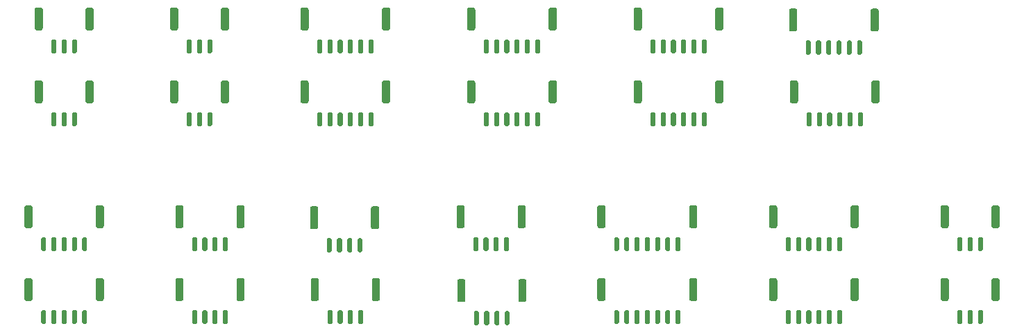
<source format=gtp>
%TF.GenerationSoftware,KiCad,Pcbnew,(5.1.10)-1*%
%TF.CreationDate,2021-11-27T12:55:31-07:00*%
%TF.ProjectId,SandboxBreakout,53616e64-626f-4784-9272-65616b6f7574,rev?*%
%TF.SameCoordinates,Original*%
%TF.FileFunction,Paste,Top*%
%TF.FilePolarity,Positive*%
%FSLAX46Y46*%
G04 Gerber Fmt 4.6, Leading zero omitted, Abs format (unit mm)*
G04 Created by KiCad (PCBNEW (5.1.10)-1) date 2021-11-27 12:55:31*
%MOMM*%
%LPD*%
G01*
G04 APERTURE LIST*
G04 APERTURE END LIST*
G36*
G01*
X65455000Y-126750000D02*
X65455000Y-124450000D01*
G75*
G02*
X65705000Y-124200000I250000J0D01*
G01*
X66205000Y-124200000D01*
G75*
G02*
X66455000Y-124450000I0J-250000D01*
G01*
X66455000Y-126750000D01*
G75*
G02*
X66205000Y-127000000I-250000J0D01*
G01*
X65705000Y-127000000D01*
G75*
G02*
X65455000Y-126750000I0J250000D01*
G01*
G37*
G36*
G01*
X58005000Y-126750000D02*
X58005000Y-124450000D01*
G75*
G02*
X58255000Y-124200000I250000J0D01*
G01*
X58755000Y-124200000D01*
G75*
G02*
X59005000Y-124450000I0J-250000D01*
G01*
X59005000Y-126750000D01*
G75*
G02*
X58755000Y-127000000I-250000J0D01*
G01*
X58255000Y-127000000D01*
G75*
G02*
X58005000Y-126750000I0J250000D01*
G01*
G37*
G36*
G01*
X63805000Y-129650000D02*
X63805000Y-128250000D01*
G75*
G02*
X63955000Y-128100000I150000J0D01*
G01*
X64255000Y-128100000D01*
G75*
G02*
X64405000Y-128250000I0J-150000D01*
G01*
X64405000Y-129650000D01*
G75*
G02*
X64255000Y-129800000I-150000J0D01*
G01*
X63955000Y-129800000D01*
G75*
G02*
X63805000Y-129650000I0J150000D01*
G01*
G37*
G36*
G01*
X62555000Y-129650000D02*
X62555000Y-128250000D01*
G75*
G02*
X62705000Y-128100000I150000J0D01*
G01*
X63005000Y-128100000D01*
G75*
G02*
X63155000Y-128250000I0J-150000D01*
G01*
X63155000Y-129650000D01*
G75*
G02*
X63005000Y-129800000I-150000J0D01*
G01*
X62705000Y-129800000D01*
G75*
G02*
X62555000Y-129650000I0J150000D01*
G01*
G37*
G36*
G01*
X61305000Y-129650000D02*
X61305000Y-128250000D01*
G75*
G02*
X61455000Y-128100000I150000J0D01*
G01*
X61755000Y-128100000D01*
G75*
G02*
X61905000Y-128250000I0J-150000D01*
G01*
X61905000Y-129650000D01*
G75*
G02*
X61755000Y-129800000I-150000J0D01*
G01*
X61455000Y-129800000D01*
G75*
G02*
X61305000Y-129650000I0J150000D01*
G01*
G37*
G36*
G01*
X60055000Y-129650000D02*
X60055000Y-128250000D01*
G75*
G02*
X60205000Y-128100000I150000J0D01*
G01*
X60505000Y-128100000D01*
G75*
G02*
X60655000Y-128250000I0J-150000D01*
G01*
X60655000Y-129650000D01*
G75*
G02*
X60505000Y-129800000I-150000J0D01*
G01*
X60205000Y-129800000D01*
G75*
G02*
X60055000Y-129650000I0J150000D01*
G01*
G37*
G36*
G01*
X65370000Y-117990000D02*
X65370000Y-115690000D01*
G75*
G02*
X65620000Y-115440000I250000J0D01*
G01*
X66120000Y-115440000D01*
G75*
G02*
X66370000Y-115690000I0J-250000D01*
G01*
X66370000Y-117990000D01*
G75*
G02*
X66120000Y-118240000I-250000J0D01*
G01*
X65620000Y-118240000D01*
G75*
G02*
X65370000Y-117990000I0J250000D01*
G01*
G37*
G36*
G01*
X57920000Y-117990000D02*
X57920000Y-115690000D01*
G75*
G02*
X58170000Y-115440000I250000J0D01*
G01*
X58670000Y-115440000D01*
G75*
G02*
X58920000Y-115690000I0J-250000D01*
G01*
X58920000Y-117990000D01*
G75*
G02*
X58670000Y-118240000I-250000J0D01*
G01*
X58170000Y-118240000D01*
G75*
G02*
X57920000Y-117990000I0J250000D01*
G01*
G37*
G36*
G01*
X63720000Y-120890000D02*
X63720000Y-119490000D01*
G75*
G02*
X63870000Y-119340000I150000J0D01*
G01*
X64170000Y-119340000D01*
G75*
G02*
X64320000Y-119490000I0J-150000D01*
G01*
X64320000Y-120890000D01*
G75*
G02*
X64170000Y-121040000I-150000J0D01*
G01*
X63870000Y-121040000D01*
G75*
G02*
X63720000Y-120890000I0J150000D01*
G01*
G37*
G36*
G01*
X62470000Y-120890000D02*
X62470000Y-119490000D01*
G75*
G02*
X62620000Y-119340000I150000J0D01*
G01*
X62920000Y-119340000D01*
G75*
G02*
X63070000Y-119490000I0J-150000D01*
G01*
X63070000Y-120890000D01*
G75*
G02*
X62920000Y-121040000I-150000J0D01*
G01*
X62620000Y-121040000D01*
G75*
G02*
X62470000Y-120890000I0J150000D01*
G01*
G37*
G36*
G01*
X61220000Y-120890000D02*
X61220000Y-119490000D01*
G75*
G02*
X61370000Y-119340000I150000J0D01*
G01*
X61670000Y-119340000D01*
G75*
G02*
X61820000Y-119490000I0J-150000D01*
G01*
X61820000Y-120890000D01*
G75*
G02*
X61670000Y-121040000I-150000J0D01*
G01*
X61370000Y-121040000D01*
G75*
G02*
X61220000Y-120890000I0J150000D01*
G01*
G37*
G36*
G01*
X59970000Y-120890000D02*
X59970000Y-119490000D01*
G75*
G02*
X60120000Y-119340000I150000J0D01*
G01*
X60420000Y-119340000D01*
G75*
G02*
X60570000Y-119490000I0J-150000D01*
G01*
X60570000Y-120890000D01*
G75*
G02*
X60420000Y-121040000I-150000J0D01*
G01*
X60120000Y-121040000D01*
G75*
G02*
X59970000Y-120890000I0J150000D01*
G01*
G37*
G36*
G01*
X87025000Y-102620000D02*
X87025000Y-100320000D01*
G75*
G02*
X87275000Y-100070000I250000J0D01*
G01*
X87775000Y-100070000D01*
G75*
G02*
X88025000Y-100320000I0J-250000D01*
G01*
X88025000Y-102620000D01*
G75*
G02*
X87775000Y-102870000I-250000J0D01*
G01*
X87275000Y-102870000D01*
G75*
G02*
X87025000Y-102620000I0J250000D01*
G01*
G37*
G36*
G01*
X77075000Y-102620000D02*
X77075000Y-100320000D01*
G75*
G02*
X77325000Y-100070000I250000J0D01*
G01*
X77825000Y-100070000D01*
G75*
G02*
X78075000Y-100320000I0J-250000D01*
G01*
X78075000Y-102620000D01*
G75*
G02*
X77825000Y-102870000I-250000J0D01*
G01*
X77325000Y-102870000D01*
G75*
G02*
X77075000Y-102620000I0J250000D01*
G01*
G37*
G36*
G01*
X85375000Y-105520000D02*
X85375000Y-104120000D01*
G75*
G02*
X85525000Y-103970000I150000J0D01*
G01*
X85825000Y-103970000D01*
G75*
G02*
X85975000Y-104120000I0J-150000D01*
G01*
X85975000Y-105520000D01*
G75*
G02*
X85825000Y-105670000I-150000J0D01*
G01*
X85525000Y-105670000D01*
G75*
G02*
X85375000Y-105520000I0J150000D01*
G01*
G37*
G36*
G01*
X84125000Y-105520000D02*
X84125000Y-104120000D01*
G75*
G02*
X84275000Y-103970000I150000J0D01*
G01*
X84575000Y-103970000D01*
G75*
G02*
X84725000Y-104120000I0J-150000D01*
G01*
X84725000Y-105520000D01*
G75*
G02*
X84575000Y-105670000I-150000J0D01*
G01*
X84275000Y-105670000D01*
G75*
G02*
X84125000Y-105520000I0J150000D01*
G01*
G37*
G36*
G01*
X82875000Y-105520000D02*
X82875000Y-104120000D01*
G75*
G02*
X83025000Y-103970000I150000J0D01*
G01*
X83325000Y-103970000D01*
G75*
G02*
X83475000Y-104120000I0J-150000D01*
G01*
X83475000Y-105520000D01*
G75*
G02*
X83325000Y-105670000I-150000J0D01*
G01*
X83025000Y-105670000D01*
G75*
G02*
X82875000Y-105520000I0J150000D01*
G01*
G37*
G36*
G01*
X81625000Y-105520000D02*
X81625000Y-104120000D01*
G75*
G02*
X81775000Y-103970000I150000J0D01*
G01*
X82075000Y-103970000D01*
G75*
G02*
X82225000Y-104120000I0J-150000D01*
G01*
X82225000Y-105520000D01*
G75*
G02*
X82075000Y-105670000I-150000J0D01*
G01*
X81775000Y-105670000D01*
G75*
G02*
X81625000Y-105520000I0J150000D01*
G01*
G37*
G36*
G01*
X80375000Y-105520000D02*
X80375000Y-104120000D01*
G75*
G02*
X80525000Y-103970000I150000J0D01*
G01*
X80825000Y-103970000D01*
G75*
G02*
X80975000Y-104120000I0J-150000D01*
G01*
X80975000Y-105520000D01*
G75*
G02*
X80825000Y-105670000I-150000J0D01*
G01*
X80525000Y-105670000D01*
G75*
G02*
X80375000Y-105520000I0J150000D01*
G01*
G37*
G36*
G01*
X79125000Y-105520000D02*
X79125000Y-104120000D01*
G75*
G02*
X79275000Y-103970000I150000J0D01*
G01*
X79575000Y-103970000D01*
G75*
G02*
X79725000Y-104120000I0J-150000D01*
G01*
X79725000Y-105520000D01*
G75*
G02*
X79575000Y-105670000I-150000J0D01*
G01*
X79275000Y-105670000D01*
G75*
G02*
X79125000Y-105520000I0J150000D01*
G01*
G37*
G36*
G01*
X87025000Y-93730000D02*
X87025000Y-91430000D01*
G75*
G02*
X87275000Y-91180000I250000J0D01*
G01*
X87775000Y-91180000D01*
G75*
G02*
X88025000Y-91430000I0J-250000D01*
G01*
X88025000Y-93730000D01*
G75*
G02*
X87775000Y-93980000I-250000J0D01*
G01*
X87275000Y-93980000D01*
G75*
G02*
X87025000Y-93730000I0J250000D01*
G01*
G37*
G36*
G01*
X77075000Y-93730000D02*
X77075000Y-91430000D01*
G75*
G02*
X77325000Y-91180000I250000J0D01*
G01*
X77825000Y-91180000D01*
G75*
G02*
X78075000Y-91430000I0J-250000D01*
G01*
X78075000Y-93730000D01*
G75*
G02*
X77825000Y-93980000I-250000J0D01*
G01*
X77325000Y-93980000D01*
G75*
G02*
X77075000Y-93730000I0J250000D01*
G01*
G37*
G36*
G01*
X85375000Y-96630000D02*
X85375000Y-95230000D01*
G75*
G02*
X85525000Y-95080000I150000J0D01*
G01*
X85825000Y-95080000D01*
G75*
G02*
X85975000Y-95230000I0J-150000D01*
G01*
X85975000Y-96630000D01*
G75*
G02*
X85825000Y-96780000I-150000J0D01*
G01*
X85525000Y-96780000D01*
G75*
G02*
X85375000Y-96630000I0J150000D01*
G01*
G37*
G36*
G01*
X84125000Y-96630000D02*
X84125000Y-95230000D01*
G75*
G02*
X84275000Y-95080000I150000J0D01*
G01*
X84575000Y-95080000D01*
G75*
G02*
X84725000Y-95230000I0J-150000D01*
G01*
X84725000Y-96630000D01*
G75*
G02*
X84575000Y-96780000I-150000J0D01*
G01*
X84275000Y-96780000D01*
G75*
G02*
X84125000Y-96630000I0J150000D01*
G01*
G37*
G36*
G01*
X82875000Y-96630000D02*
X82875000Y-95230000D01*
G75*
G02*
X83025000Y-95080000I150000J0D01*
G01*
X83325000Y-95080000D01*
G75*
G02*
X83475000Y-95230000I0J-150000D01*
G01*
X83475000Y-96630000D01*
G75*
G02*
X83325000Y-96780000I-150000J0D01*
G01*
X83025000Y-96780000D01*
G75*
G02*
X82875000Y-96630000I0J150000D01*
G01*
G37*
G36*
G01*
X81625000Y-96630000D02*
X81625000Y-95230000D01*
G75*
G02*
X81775000Y-95080000I150000J0D01*
G01*
X82075000Y-95080000D01*
G75*
G02*
X82225000Y-95230000I0J-150000D01*
G01*
X82225000Y-96630000D01*
G75*
G02*
X82075000Y-96780000I-150000J0D01*
G01*
X81775000Y-96780000D01*
G75*
G02*
X81625000Y-96630000I0J150000D01*
G01*
G37*
G36*
G01*
X80375000Y-96630000D02*
X80375000Y-95230000D01*
G75*
G02*
X80525000Y-95080000I150000J0D01*
G01*
X80825000Y-95080000D01*
G75*
G02*
X80975000Y-95230000I0J-150000D01*
G01*
X80975000Y-96630000D01*
G75*
G02*
X80825000Y-96780000I-150000J0D01*
G01*
X80525000Y-96780000D01*
G75*
G02*
X80375000Y-96630000I0J150000D01*
G01*
G37*
G36*
G01*
X79125000Y-96630000D02*
X79125000Y-95230000D01*
G75*
G02*
X79275000Y-95080000I150000J0D01*
G01*
X79575000Y-95080000D01*
G75*
G02*
X79725000Y-95230000I0J-150000D01*
G01*
X79725000Y-96630000D01*
G75*
G02*
X79575000Y-96780000I-150000J0D01*
G01*
X79275000Y-96780000D01*
G75*
G02*
X79125000Y-96630000I0J150000D01*
G01*
G37*
G36*
G01*
X66705000Y-102620000D02*
X66705000Y-100320000D01*
G75*
G02*
X66955000Y-100070000I250000J0D01*
G01*
X67455000Y-100070000D01*
G75*
G02*
X67705000Y-100320000I0J-250000D01*
G01*
X67705000Y-102620000D01*
G75*
G02*
X67455000Y-102870000I-250000J0D01*
G01*
X66955000Y-102870000D01*
G75*
G02*
X66705000Y-102620000I0J250000D01*
G01*
G37*
G36*
G01*
X56755000Y-102620000D02*
X56755000Y-100320000D01*
G75*
G02*
X57005000Y-100070000I250000J0D01*
G01*
X57505000Y-100070000D01*
G75*
G02*
X57755000Y-100320000I0J-250000D01*
G01*
X57755000Y-102620000D01*
G75*
G02*
X57505000Y-102870000I-250000J0D01*
G01*
X57005000Y-102870000D01*
G75*
G02*
X56755000Y-102620000I0J250000D01*
G01*
G37*
G36*
G01*
X65055000Y-105520000D02*
X65055000Y-104120000D01*
G75*
G02*
X65205000Y-103970000I150000J0D01*
G01*
X65505000Y-103970000D01*
G75*
G02*
X65655000Y-104120000I0J-150000D01*
G01*
X65655000Y-105520000D01*
G75*
G02*
X65505000Y-105670000I-150000J0D01*
G01*
X65205000Y-105670000D01*
G75*
G02*
X65055000Y-105520000I0J150000D01*
G01*
G37*
G36*
G01*
X63805000Y-105520000D02*
X63805000Y-104120000D01*
G75*
G02*
X63955000Y-103970000I150000J0D01*
G01*
X64255000Y-103970000D01*
G75*
G02*
X64405000Y-104120000I0J-150000D01*
G01*
X64405000Y-105520000D01*
G75*
G02*
X64255000Y-105670000I-150000J0D01*
G01*
X63955000Y-105670000D01*
G75*
G02*
X63805000Y-105520000I0J150000D01*
G01*
G37*
G36*
G01*
X62555000Y-105520000D02*
X62555000Y-104120000D01*
G75*
G02*
X62705000Y-103970000I150000J0D01*
G01*
X63005000Y-103970000D01*
G75*
G02*
X63155000Y-104120000I0J-150000D01*
G01*
X63155000Y-105520000D01*
G75*
G02*
X63005000Y-105670000I-150000J0D01*
G01*
X62705000Y-105670000D01*
G75*
G02*
X62555000Y-105520000I0J150000D01*
G01*
G37*
G36*
G01*
X61305000Y-105520000D02*
X61305000Y-104120000D01*
G75*
G02*
X61455000Y-103970000I150000J0D01*
G01*
X61755000Y-103970000D01*
G75*
G02*
X61905000Y-104120000I0J-150000D01*
G01*
X61905000Y-105520000D01*
G75*
G02*
X61755000Y-105670000I-150000J0D01*
G01*
X61455000Y-105670000D01*
G75*
G02*
X61305000Y-105520000I0J150000D01*
G01*
G37*
G36*
G01*
X60055000Y-105520000D02*
X60055000Y-104120000D01*
G75*
G02*
X60205000Y-103970000I150000J0D01*
G01*
X60505000Y-103970000D01*
G75*
G02*
X60655000Y-104120000I0J-150000D01*
G01*
X60655000Y-105520000D01*
G75*
G02*
X60505000Y-105670000I-150000J0D01*
G01*
X60205000Y-105670000D01*
G75*
G02*
X60055000Y-105520000I0J150000D01*
G01*
G37*
G36*
G01*
X58805000Y-105520000D02*
X58805000Y-104120000D01*
G75*
G02*
X58955000Y-103970000I150000J0D01*
G01*
X59255000Y-103970000D01*
G75*
G02*
X59405000Y-104120000I0J-150000D01*
G01*
X59405000Y-105520000D01*
G75*
G02*
X59255000Y-105670000I-150000J0D01*
G01*
X58955000Y-105670000D01*
G75*
G02*
X58805000Y-105520000I0J150000D01*
G01*
G37*
G36*
G01*
X66705000Y-93730000D02*
X66705000Y-91430000D01*
G75*
G02*
X66955000Y-91180000I250000J0D01*
G01*
X67455000Y-91180000D01*
G75*
G02*
X67705000Y-91430000I0J-250000D01*
G01*
X67705000Y-93730000D01*
G75*
G02*
X67455000Y-93980000I-250000J0D01*
G01*
X66955000Y-93980000D01*
G75*
G02*
X66705000Y-93730000I0J250000D01*
G01*
G37*
G36*
G01*
X56755000Y-93730000D02*
X56755000Y-91430000D01*
G75*
G02*
X57005000Y-91180000I250000J0D01*
G01*
X57505000Y-91180000D01*
G75*
G02*
X57755000Y-91430000I0J-250000D01*
G01*
X57755000Y-93730000D01*
G75*
G02*
X57505000Y-93980000I-250000J0D01*
G01*
X57005000Y-93980000D01*
G75*
G02*
X56755000Y-93730000I0J250000D01*
G01*
G37*
G36*
G01*
X65055000Y-96630000D02*
X65055000Y-95230000D01*
G75*
G02*
X65205000Y-95080000I150000J0D01*
G01*
X65505000Y-95080000D01*
G75*
G02*
X65655000Y-95230000I0J-150000D01*
G01*
X65655000Y-96630000D01*
G75*
G02*
X65505000Y-96780000I-150000J0D01*
G01*
X65205000Y-96780000D01*
G75*
G02*
X65055000Y-96630000I0J150000D01*
G01*
G37*
G36*
G01*
X63805000Y-96630000D02*
X63805000Y-95230000D01*
G75*
G02*
X63955000Y-95080000I150000J0D01*
G01*
X64255000Y-95080000D01*
G75*
G02*
X64405000Y-95230000I0J-150000D01*
G01*
X64405000Y-96630000D01*
G75*
G02*
X64255000Y-96780000I-150000J0D01*
G01*
X63955000Y-96780000D01*
G75*
G02*
X63805000Y-96630000I0J150000D01*
G01*
G37*
G36*
G01*
X62555000Y-96630000D02*
X62555000Y-95230000D01*
G75*
G02*
X62705000Y-95080000I150000J0D01*
G01*
X63005000Y-95080000D01*
G75*
G02*
X63155000Y-95230000I0J-150000D01*
G01*
X63155000Y-96630000D01*
G75*
G02*
X63005000Y-96780000I-150000J0D01*
G01*
X62705000Y-96780000D01*
G75*
G02*
X62555000Y-96630000I0J150000D01*
G01*
G37*
G36*
G01*
X61305000Y-96630000D02*
X61305000Y-95230000D01*
G75*
G02*
X61455000Y-95080000I150000J0D01*
G01*
X61755000Y-95080000D01*
G75*
G02*
X61905000Y-95230000I0J-150000D01*
G01*
X61905000Y-96630000D01*
G75*
G02*
X61755000Y-96780000I-150000J0D01*
G01*
X61455000Y-96780000D01*
G75*
G02*
X61305000Y-96630000I0J150000D01*
G01*
G37*
G36*
G01*
X60055000Y-96630000D02*
X60055000Y-95230000D01*
G75*
G02*
X60205000Y-95080000I150000J0D01*
G01*
X60505000Y-95080000D01*
G75*
G02*
X60655000Y-95230000I0J-150000D01*
G01*
X60655000Y-96630000D01*
G75*
G02*
X60505000Y-96780000I-150000J0D01*
G01*
X60205000Y-96780000D01*
G75*
G02*
X60055000Y-96630000I0J150000D01*
G01*
G37*
G36*
G01*
X58805000Y-96630000D02*
X58805000Y-95230000D01*
G75*
G02*
X58955000Y-95080000I150000J0D01*
G01*
X59255000Y-95080000D01*
G75*
G02*
X59405000Y-95230000I0J-150000D01*
G01*
X59405000Y-96630000D01*
G75*
G02*
X59255000Y-96780000I-150000J0D01*
G01*
X58955000Y-96780000D01*
G75*
G02*
X58805000Y-96630000I0J150000D01*
G01*
G37*
G36*
G01*
X47050000Y-102620000D02*
X47050000Y-100320000D01*
G75*
G02*
X47300000Y-100070000I250000J0D01*
G01*
X47800000Y-100070000D01*
G75*
G02*
X48050000Y-100320000I0J-250000D01*
G01*
X48050000Y-102620000D01*
G75*
G02*
X47800000Y-102870000I-250000J0D01*
G01*
X47300000Y-102870000D01*
G75*
G02*
X47050000Y-102620000I0J250000D01*
G01*
G37*
G36*
G01*
X40850000Y-102620000D02*
X40850000Y-100320000D01*
G75*
G02*
X41100000Y-100070000I250000J0D01*
G01*
X41600000Y-100070000D01*
G75*
G02*
X41850000Y-100320000I0J-250000D01*
G01*
X41850000Y-102620000D01*
G75*
G02*
X41600000Y-102870000I-250000J0D01*
G01*
X41100000Y-102870000D01*
G75*
G02*
X40850000Y-102620000I0J250000D01*
G01*
G37*
G36*
G01*
X45400000Y-105520000D02*
X45400000Y-104120000D01*
G75*
G02*
X45550000Y-103970000I150000J0D01*
G01*
X45850000Y-103970000D01*
G75*
G02*
X46000000Y-104120000I0J-150000D01*
G01*
X46000000Y-105520000D01*
G75*
G02*
X45850000Y-105670000I-150000J0D01*
G01*
X45550000Y-105670000D01*
G75*
G02*
X45400000Y-105520000I0J150000D01*
G01*
G37*
G36*
G01*
X44150000Y-105520000D02*
X44150000Y-104120000D01*
G75*
G02*
X44300000Y-103970000I150000J0D01*
G01*
X44600000Y-103970000D01*
G75*
G02*
X44750000Y-104120000I0J-150000D01*
G01*
X44750000Y-105520000D01*
G75*
G02*
X44600000Y-105670000I-150000J0D01*
G01*
X44300000Y-105670000D01*
G75*
G02*
X44150000Y-105520000I0J150000D01*
G01*
G37*
G36*
G01*
X42900000Y-105520000D02*
X42900000Y-104120000D01*
G75*
G02*
X43050000Y-103970000I150000J0D01*
G01*
X43350000Y-103970000D01*
G75*
G02*
X43500000Y-104120000I0J-150000D01*
G01*
X43500000Y-105520000D01*
G75*
G02*
X43350000Y-105670000I-150000J0D01*
G01*
X43050000Y-105670000D01*
G75*
G02*
X42900000Y-105520000I0J150000D01*
G01*
G37*
G36*
G01*
X47050000Y-93730000D02*
X47050000Y-91430000D01*
G75*
G02*
X47300000Y-91180000I250000J0D01*
G01*
X47800000Y-91180000D01*
G75*
G02*
X48050000Y-91430000I0J-250000D01*
G01*
X48050000Y-93730000D01*
G75*
G02*
X47800000Y-93980000I-250000J0D01*
G01*
X47300000Y-93980000D01*
G75*
G02*
X47050000Y-93730000I0J250000D01*
G01*
G37*
G36*
G01*
X40850000Y-93730000D02*
X40850000Y-91430000D01*
G75*
G02*
X41100000Y-91180000I250000J0D01*
G01*
X41600000Y-91180000D01*
G75*
G02*
X41850000Y-91430000I0J-250000D01*
G01*
X41850000Y-93730000D01*
G75*
G02*
X41600000Y-93980000I-250000J0D01*
G01*
X41100000Y-93980000D01*
G75*
G02*
X40850000Y-93730000I0J250000D01*
G01*
G37*
G36*
G01*
X45400000Y-96630000D02*
X45400000Y-95230000D01*
G75*
G02*
X45550000Y-95080000I150000J0D01*
G01*
X45850000Y-95080000D01*
G75*
G02*
X46000000Y-95230000I0J-150000D01*
G01*
X46000000Y-96630000D01*
G75*
G02*
X45850000Y-96780000I-150000J0D01*
G01*
X45550000Y-96780000D01*
G75*
G02*
X45400000Y-96630000I0J150000D01*
G01*
G37*
G36*
G01*
X44150000Y-96630000D02*
X44150000Y-95230000D01*
G75*
G02*
X44300000Y-95080000I150000J0D01*
G01*
X44600000Y-95080000D01*
G75*
G02*
X44750000Y-95230000I0J-150000D01*
G01*
X44750000Y-96630000D01*
G75*
G02*
X44600000Y-96780000I-150000J0D01*
G01*
X44300000Y-96780000D01*
G75*
G02*
X44150000Y-96630000I0J150000D01*
G01*
G37*
G36*
G01*
X42900000Y-96630000D02*
X42900000Y-95230000D01*
G75*
G02*
X43050000Y-95080000I150000J0D01*
G01*
X43350000Y-95080000D01*
G75*
G02*
X43500000Y-95230000I0J-150000D01*
G01*
X43500000Y-96630000D01*
G75*
G02*
X43350000Y-96780000I-150000J0D01*
G01*
X43050000Y-96780000D01*
G75*
G02*
X42900000Y-96630000I0J150000D01*
G01*
G37*
G36*
G01*
X30540000Y-102620000D02*
X30540000Y-100320000D01*
G75*
G02*
X30790000Y-100070000I250000J0D01*
G01*
X31290000Y-100070000D01*
G75*
G02*
X31540000Y-100320000I0J-250000D01*
G01*
X31540000Y-102620000D01*
G75*
G02*
X31290000Y-102870000I-250000J0D01*
G01*
X30790000Y-102870000D01*
G75*
G02*
X30540000Y-102620000I0J250000D01*
G01*
G37*
G36*
G01*
X24340000Y-102620000D02*
X24340000Y-100320000D01*
G75*
G02*
X24590000Y-100070000I250000J0D01*
G01*
X25090000Y-100070000D01*
G75*
G02*
X25340000Y-100320000I0J-250000D01*
G01*
X25340000Y-102620000D01*
G75*
G02*
X25090000Y-102870000I-250000J0D01*
G01*
X24590000Y-102870000D01*
G75*
G02*
X24340000Y-102620000I0J250000D01*
G01*
G37*
G36*
G01*
X28890000Y-105520000D02*
X28890000Y-104120000D01*
G75*
G02*
X29040000Y-103970000I150000J0D01*
G01*
X29340000Y-103970000D01*
G75*
G02*
X29490000Y-104120000I0J-150000D01*
G01*
X29490000Y-105520000D01*
G75*
G02*
X29340000Y-105670000I-150000J0D01*
G01*
X29040000Y-105670000D01*
G75*
G02*
X28890000Y-105520000I0J150000D01*
G01*
G37*
G36*
G01*
X27640000Y-105520000D02*
X27640000Y-104120000D01*
G75*
G02*
X27790000Y-103970000I150000J0D01*
G01*
X28090000Y-103970000D01*
G75*
G02*
X28240000Y-104120000I0J-150000D01*
G01*
X28240000Y-105520000D01*
G75*
G02*
X28090000Y-105670000I-150000J0D01*
G01*
X27790000Y-105670000D01*
G75*
G02*
X27640000Y-105520000I0J150000D01*
G01*
G37*
G36*
G01*
X26390000Y-105520000D02*
X26390000Y-104120000D01*
G75*
G02*
X26540000Y-103970000I150000J0D01*
G01*
X26840000Y-103970000D01*
G75*
G02*
X26990000Y-104120000I0J-150000D01*
G01*
X26990000Y-105520000D01*
G75*
G02*
X26840000Y-105670000I-150000J0D01*
G01*
X26540000Y-105670000D01*
G75*
G02*
X26390000Y-105520000I0J150000D01*
G01*
G37*
G36*
G01*
X104160000Y-126750000D02*
X104160000Y-124450000D01*
G75*
G02*
X104410000Y-124200000I250000J0D01*
G01*
X104910000Y-124200000D01*
G75*
G02*
X105160000Y-124450000I0J-250000D01*
G01*
X105160000Y-126750000D01*
G75*
G02*
X104910000Y-127000000I-250000J0D01*
G01*
X104410000Y-127000000D01*
G75*
G02*
X104160000Y-126750000I0J250000D01*
G01*
G37*
G36*
G01*
X92960000Y-126750000D02*
X92960000Y-124450000D01*
G75*
G02*
X93210000Y-124200000I250000J0D01*
G01*
X93710000Y-124200000D01*
G75*
G02*
X93960000Y-124450000I0J-250000D01*
G01*
X93960000Y-126750000D01*
G75*
G02*
X93710000Y-127000000I-250000J0D01*
G01*
X93210000Y-127000000D01*
G75*
G02*
X92960000Y-126750000I0J250000D01*
G01*
G37*
G36*
G01*
X102510000Y-129650000D02*
X102510000Y-128250000D01*
G75*
G02*
X102660000Y-128100000I150000J0D01*
G01*
X102960000Y-128100000D01*
G75*
G02*
X103110000Y-128250000I0J-150000D01*
G01*
X103110000Y-129650000D01*
G75*
G02*
X102960000Y-129800000I-150000J0D01*
G01*
X102660000Y-129800000D01*
G75*
G02*
X102510000Y-129650000I0J150000D01*
G01*
G37*
G36*
G01*
X101260000Y-129650000D02*
X101260000Y-128250000D01*
G75*
G02*
X101410000Y-128100000I150000J0D01*
G01*
X101710000Y-128100000D01*
G75*
G02*
X101860000Y-128250000I0J-150000D01*
G01*
X101860000Y-129650000D01*
G75*
G02*
X101710000Y-129800000I-150000J0D01*
G01*
X101410000Y-129800000D01*
G75*
G02*
X101260000Y-129650000I0J150000D01*
G01*
G37*
G36*
G01*
X100010000Y-129650000D02*
X100010000Y-128250000D01*
G75*
G02*
X100160000Y-128100000I150000J0D01*
G01*
X100460000Y-128100000D01*
G75*
G02*
X100610000Y-128250000I0J-150000D01*
G01*
X100610000Y-129650000D01*
G75*
G02*
X100460000Y-129800000I-150000J0D01*
G01*
X100160000Y-129800000D01*
G75*
G02*
X100010000Y-129650000I0J150000D01*
G01*
G37*
G36*
G01*
X98760000Y-129650000D02*
X98760000Y-128250000D01*
G75*
G02*
X98910000Y-128100000I150000J0D01*
G01*
X99210000Y-128100000D01*
G75*
G02*
X99360000Y-128250000I0J-150000D01*
G01*
X99360000Y-129650000D01*
G75*
G02*
X99210000Y-129800000I-150000J0D01*
G01*
X98910000Y-129800000D01*
G75*
G02*
X98760000Y-129650000I0J150000D01*
G01*
G37*
G36*
G01*
X97510000Y-129650000D02*
X97510000Y-128250000D01*
G75*
G02*
X97660000Y-128100000I150000J0D01*
G01*
X97960000Y-128100000D01*
G75*
G02*
X98110000Y-128250000I0J-150000D01*
G01*
X98110000Y-129650000D01*
G75*
G02*
X97960000Y-129800000I-150000J0D01*
G01*
X97660000Y-129800000D01*
G75*
G02*
X97510000Y-129650000I0J150000D01*
G01*
G37*
G36*
G01*
X96260000Y-129650000D02*
X96260000Y-128250000D01*
G75*
G02*
X96410000Y-128100000I150000J0D01*
G01*
X96710000Y-128100000D01*
G75*
G02*
X96860000Y-128250000I0J-150000D01*
G01*
X96860000Y-129650000D01*
G75*
G02*
X96710000Y-129800000I-150000J0D01*
G01*
X96410000Y-129800000D01*
G75*
G02*
X96260000Y-129650000I0J150000D01*
G01*
G37*
G36*
G01*
X95010000Y-129650000D02*
X95010000Y-128250000D01*
G75*
G02*
X95160000Y-128100000I150000J0D01*
G01*
X95460000Y-128100000D01*
G75*
G02*
X95610000Y-128250000I0J-150000D01*
G01*
X95610000Y-129650000D01*
G75*
G02*
X95460000Y-129800000I-150000J0D01*
G01*
X95160000Y-129800000D01*
G75*
G02*
X95010000Y-129650000I0J150000D01*
G01*
G37*
G36*
G01*
X104160000Y-117860000D02*
X104160000Y-115560000D01*
G75*
G02*
X104410000Y-115310000I250000J0D01*
G01*
X104910000Y-115310000D01*
G75*
G02*
X105160000Y-115560000I0J-250000D01*
G01*
X105160000Y-117860000D01*
G75*
G02*
X104910000Y-118110000I-250000J0D01*
G01*
X104410000Y-118110000D01*
G75*
G02*
X104160000Y-117860000I0J250000D01*
G01*
G37*
G36*
G01*
X92960000Y-117860000D02*
X92960000Y-115560000D01*
G75*
G02*
X93210000Y-115310000I250000J0D01*
G01*
X93710000Y-115310000D01*
G75*
G02*
X93960000Y-115560000I0J-250000D01*
G01*
X93960000Y-117860000D01*
G75*
G02*
X93710000Y-118110000I-250000J0D01*
G01*
X93210000Y-118110000D01*
G75*
G02*
X92960000Y-117860000I0J250000D01*
G01*
G37*
G36*
G01*
X102510000Y-120760000D02*
X102510000Y-119360000D01*
G75*
G02*
X102660000Y-119210000I150000J0D01*
G01*
X102960000Y-119210000D01*
G75*
G02*
X103110000Y-119360000I0J-150000D01*
G01*
X103110000Y-120760000D01*
G75*
G02*
X102960000Y-120910000I-150000J0D01*
G01*
X102660000Y-120910000D01*
G75*
G02*
X102510000Y-120760000I0J150000D01*
G01*
G37*
G36*
G01*
X101260000Y-120760000D02*
X101260000Y-119360000D01*
G75*
G02*
X101410000Y-119210000I150000J0D01*
G01*
X101710000Y-119210000D01*
G75*
G02*
X101860000Y-119360000I0J-150000D01*
G01*
X101860000Y-120760000D01*
G75*
G02*
X101710000Y-120910000I-150000J0D01*
G01*
X101410000Y-120910000D01*
G75*
G02*
X101260000Y-120760000I0J150000D01*
G01*
G37*
G36*
G01*
X100010000Y-120760000D02*
X100010000Y-119360000D01*
G75*
G02*
X100160000Y-119210000I150000J0D01*
G01*
X100460000Y-119210000D01*
G75*
G02*
X100610000Y-119360000I0J-150000D01*
G01*
X100610000Y-120760000D01*
G75*
G02*
X100460000Y-120910000I-150000J0D01*
G01*
X100160000Y-120910000D01*
G75*
G02*
X100010000Y-120760000I0J150000D01*
G01*
G37*
G36*
G01*
X98760000Y-120760000D02*
X98760000Y-119360000D01*
G75*
G02*
X98910000Y-119210000I150000J0D01*
G01*
X99210000Y-119210000D01*
G75*
G02*
X99360000Y-119360000I0J-150000D01*
G01*
X99360000Y-120760000D01*
G75*
G02*
X99210000Y-120910000I-150000J0D01*
G01*
X98910000Y-120910000D01*
G75*
G02*
X98760000Y-120760000I0J150000D01*
G01*
G37*
G36*
G01*
X97510000Y-120760000D02*
X97510000Y-119360000D01*
G75*
G02*
X97660000Y-119210000I150000J0D01*
G01*
X97960000Y-119210000D01*
G75*
G02*
X98110000Y-119360000I0J-150000D01*
G01*
X98110000Y-120760000D01*
G75*
G02*
X97960000Y-120910000I-150000J0D01*
G01*
X97660000Y-120910000D01*
G75*
G02*
X97510000Y-120760000I0J150000D01*
G01*
G37*
G36*
G01*
X96260000Y-120760000D02*
X96260000Y-119360000D01*
G75*
G02*
X96410000Y-119210000I150000J0D01*
G01*
X96710000Y-119210000D01*
G75*
G02*
X96860000Y-119360000I0J-150000D01*
G01*
X96860000Y-120760000D01*
G75*
G02*
X96710000Y-120910000I-150000J0D01*
G01*
X96410000Y-120910000D01*
G75*
G02*
X96260000Y-120760000I0J150000D01*
G01*
G37*
G36*
G01*
X95010000Y-120760000D02*
X95010000Y-119360000D01*
G75*
G02*
X95160000Y-119210000I150000J0D01*
G01*
X95460000Y-119210000D01*
G75*
G02*
X95610000Y-119360000I0J-150000D01*
G01*
X95610000Y-120760000D01*
G75*
G02*
X95460000Y-120910000I-150000J0D01*
G01*
X95160000Y-120910000D01*
G75*
G02*
X95010000Y-120760000I0J150000D01*
G01*
G37*
G36*
G01*
X107345000Y-102620000D02*
X107345000Y-100320000D01*
G75*
G02*
X107595000Y-100070000I250000J0D01*
G01*
X108095000Y-100070000D01*
G75*
G02*
X108345000Y-100320000I0J-250000D01*
G01*
X108345000Y-102620000D01*
G75*
G02*
X108095000Y-102870000I-250000J0D01*
G01*
X107595000Y-102870000D01*
G75*
G02*
X107345000Y-102620000I0J250000D01*
G01*
G37*
G36*
G01*
X97395000Y-102620000D02*
X97395000Y-100320000D01*
G75*
G02*
X97645000Y-100070000I250000J0D01*
G01*
X98145000Y-100070000D01*
G75*
G02*
X98395000Y-100320000I0J-250000D01*
G01*
X98395000Y-102620000D01*
G75*
G02*
X98145000Y-102870000I-250000J0D01*
G01*
X97645000Y-102870000D01*
G75*
G02*
X97395000Y-102620000I0J250000D01*
G01*
G37*
G36*
G01*
X105695000Y-105520000D02*
X105695000Y-104120000D01*
G75*
G02*
X105845000Y-103970000I150000J0D01*
G01*
X106145000Y-103970000D01*
G75*
G02*
X106295000Y-104120000I0J-150000D01*
G01*
X106295000Y-105520000D01*
G75*
G02*
X106145000Y-105670000I-150000J0D01*
G01*
X105845000Y-105670000D01*
G75*
G02*
X105695000Y-105520000I0J150000D01*
G01*
G37*
G36*
G01*
X104445000Y-105520000D02*
X104445000Y-104120000D01*
G75*
G02*
X104595000Y-103970000I150000J0D01*
G01*
X104895000Y-103970000D01*
G75*
G02*
X105045000Y-104120000I0J-150000D01*
G01*
X105045000Y-105520000D01*
G75*
G02*
X104895000Y-105670000I-150000J0D01*
G01*
X104595000Y-105670000D01*
G75*
G02*
X104445000Y-105520000I0J150000D01*
G01*
G37*
G36*
G01*
X103195000Y-105520000D02*
X103195000Y-104120000D01*
G75*
G02*
X103345000Y-103970000I150000J0D01*
G01*
X103645000Y-103970000D01*
G75*
G02*
X103795000Y-104120000I0J-150000D01*
G01*
X103795000Y-105520000D01*
G75*
G02*
X103645000Y-105670000I-150000J0D01*
G01*
X103345000Y-105670000D01*
G75*
G02*
X103195000Y-105520000I0J150000D01*
G01*
G37*
G36*
G01*
X101945000Y-105520000D02*
X101945000Y-104120000D01*
G75*
G02*
X102095000Y-103970000I150000J0D01*
G01*
X102395000Y-103970000D01*
G75*
G02*
X102545000Y-104120000I0J-150000D01*
G01*
X102545000Y-105520000D01*
G75*
G02*
X102395000Y-105670000I-150000J0D01*
G01*
X102095000Y-105670000D01*
G75*
G02*
X101945000Y-105520000I0J150000D01*
G01*
G37*
G36*
G01*
X100695000Y-105520000D02*
X100695000Y-104120000D01*
G75*
G02*
X100845000Y-103970000I150000J0D01*
G01*
X101145000Y-103970000D01*
G75*
G02*
X101295000Y-104120000I0J-150000D01*
G01*
X101295000Y-105520000D01*
G75*
G02*
X101145000Y-105670000I-150000J0D01*
G01*
X100845000Y-105670000D01*
G75*
G02*
X100695000Y-105520000I0J150000D01*
G01*
G37*
G36*
G01*
X99445000Y-105520000D02*
X99445000Y-104120000D01*
G75*
G02*
X99595000Y-103970000I150000J0D01*
G01*
X99895000Y-103970000D01*
G75*
G02*
X100045000Y-104120000I0J-150000D01*
G01*
X100045000Y-105520000D01*
G75*
G02*
X99895000Y-105670000I-150000J0D01*
G01*
X99595000Y-105670000D01*
G75*
G02*
X99445000Y-105520000I0J150000D01*
G01*
G37*
G36*
G01*
X107345000Y-93730000D02*
X107345000Y-91430000D01*
G75*
G02*
X107595000Y-91180000I250000J0D01*
G01*
X108095000Y-91180000D01*
G75*
G02*
X108345000Y-91430000I0J-250000D01*
G01*
X108345000Y-93730000D01*
G75*
G02*
X108095000Y-93980000I-250000J0D01*
G01*
X107595000Y-93980000D01*
G75*
G02*
X107345000Y-93730000I0J250000D01*
G01*
G37*
G36*
G01*
X97395000Y-93730000D02*
X97395000Y-91430000D01*
G75*
G02*
X97645000Y-91180000I250000J0D01*
G01*
X98145000Y-91180000D01*
G75*
G02*
X98395000Y-91430000I0J-250000D01*
G01*
X98395000Y-93730000D01*
G75*
G02*
X98145000Y-93980000I-250000J0D01*
G01*
X97645000Y-93980000D01*
G75*
G02*
X97395000Y-93730000I0J250000D01*
G01*
G37*
G36*
G01*
X105695000Y-96630000D02*
X105695000Y-95230000D01*
G75*
G02*
X105845000Y-95080000I150000J0D01*
G01*
X106145000Y-95080000D01*
G75*
G02*
X106295000Y-95230000I0J-150000D01*
G01*
X106295000Y-96630000D01*
G75*
G02*
X106145000Y-96780000I-150000J0D01*
G01*
X105845000Y-96780000D01*
G75*
G02*
X105695000Y-96630000I0J150000D01*
G01*
G37*
G36*
G01*
X104445000Y-96630000D02*
X104445000Y-95230000D01*
G75*
G02*
X104595000Y-95080000I150000J0D01*
G01*
X104895000Y-95080000D01*
G75*
G02*
X105045000Y-95230000I0J-150000D01*
G01*
X105045000Y-96630000D01*
G75*
G02*
X104895000Y-96780000I-150000J0D01*
G01*
X104595000Y-96780000D01*
G75*
G02*
X104445000Y-96630000I0J150000D01*
G01*
G37*
G36*
G01*
X103195000Y-96630000D02*
X103195000Y-95230000D01*
G75*
G02*
X103345000Y-95080000I150000J0D01*
G01*
X103645000Y-95080000D01*
G75*
G02*
X103795000Y-95230000I0J-150000D01*
G01*
X103795000Y-96630000D01*
G75*
G02*
X103645000Y-96780000I-150000J0D01*
G01*
X103345000Y-96780000D01*
G75*
G02*
X103195000Y-96630000I0J150000D01*
G01*
G37*
G36*
G01*
X101945000Y-96630000D02*
X101945000Y-95230000D01*
G75*
G02*
X102095000Y-95080000I150000J0D01*
G01*
X102395000Y-95080000D01*
G75*
G02*
X102545000Y-95230000I0J-150000D01*
G01*
X102545000Y-96630000D01*
G75*
G02*
X102395000Y-96780000I-150000J0D01*
G01*
X102095000Y-96780000D01*
G75*
G02*
X101945000Y-96630000I0J150000D01*
G01*
G37*
G36*
G01*
X100695000Y-96630000D02*
X100695000Y-95230000D01*
G75*
G02*
X100845000Y-95080000I150000J0D01*
G01*
X101145000Y-95080000D01*
G75*
G02*
X101295000Y-95230000I0J-150000D01*
G01*
X101295000Y-96630000D01*
G75*
G02*
X101145000Y-96780000I-150000J0D01*
G01*
X100845000Y-96780000D01*
G75*
G02*
X100695000Y-96630000I0J150000D01*
G01*
G37*
G36*
G01*
X99445000Y-96630000D02*
X99445000Y-95230000D01*
G75*
G02*
X99595000Y-95080000I150000J0D01*
G01*
X99895000Y-95080000D01*
G75*
G02*
X100045000Y-95230000I0J-150000D01*
G01*
X100045000Y-96630000D01*
G75*
G02*
X99895000Y-96780000I-150000J0D01*
G01*
X99595000Y-96780000D01*
G75*
G02*
X99445000Y-96630000I0J150000D01*
G01*
G37*
G36*
G01*
X123855000Y-126750000D02*
X123855000Y-124450000D01*
G75*
G02*
X124105000Y-124200000I250000J0D01*
G01*
X124605000Y-124200000D01*
G75*
G02*
X124855000Y-124450000I0J-250000D01*
G01*
X124855000Y-126750000D01*
G75*
G02*
X124605000Y-127000000I-250000J0D01*
G01*
X124105000Y-127000000D01*
G75*
G02*
X123855000Y-126750000I0J250000D01*
G01*
G37*
G36*
G01*
X113905000Y-126750000D02*
X113905000Y-124450000D01*
G75*
G02*
X114155000Y-124200000I250000J0D01*
G01*
X114655000Y-124200000D01*
G75*
G02*
X114905000Y-124450000I0J-250000D01*
G01*
X114905000Y-126750000D01*
G75*
G02*
X114655000Y-127000000I-250000J0D01*
G01*
X114155000Y-127000000D01*
G75*
G02*
X113905000Y-126750000I0J250000D01*
G01*
G37*
G36*
G01*
X122205000Y-129650000D02*
X122205000Y-128250000D01*
G75*
G02*
X122355000Y-128100000I150000J0D01*
G01*
X122655000Y-128100000D01*
G75*
G02*
X122805000Y-128250000I0J-150000D01*
G01*
X122805000Y-129650000D01*
G75*
G02*
X122655000Y-129800000I-150000J0D01*
G01*
X122355000Y-129800000D01*
G75*
G02*
X122205000Y-129650000I0J150000D01*
G01*
G37*
G36*
G01*
X120955000Y-129650000D02*
X120955000Y-128250000D01*
G75*
G02*
X121105000Y-128100000I150000J0D01*
G01*
X121405000Y-128100000D01*
G75*
G02*
X121555000Y-128250000I0J-150000D01*
G01*
X121555000Y-129650000D01*
G75*
G02*
X121405000Y-129800000I-150000J0D01*
G01*
X121105000Y-129800000D01*
G75*
G02*
X120955000Y-129650000I0J150000D01*
G01*
G37*
G36*
G01*
X119705000Y-129650000D02*
X119705000Y-128250000D01*
G75*
G02*
X119855000Y-128100000I150000J0D01*
G01*
X120155000Y-128100000D01*
G75*
G02*
X120305000Y-128250000I0J-150000D01*
G01*
X120305000Y-129650000D01*
G75*
G02*
X120155000Y-129800000I-150000J0D01*
G01*
X119855000Y-129800000D01*
G75*
G02*
X119705000Y-129650000I0J150000D01*
G01*
G37*
G36*
G01*
X118455000Y-129650000D02*
X118455000Y-128250000D01*
G75*
G02*
X118605000Y-128100000I150000J0D01*
G01*
X118905000Y-128100000D01*
G75*
G02*
X119055000Y-128250000I0J-150000D01*
G01*
X119055000Y-129650000D01*
G75*
G02*
X118905000Y-129800000I-150000J0D01*
G01*
X118605000Y-129800000D01*
G75*
G02*
X118455000Y-129650000I0J150000D01*
G01*
G37*
G36*
G01*
X117205000Y-129650000D02*
X117205000Y-128250000D01*
G75*
G02*
X117355000Y-128100000I150000J0D01*
G01*
X117655000Y-128100000D01*
G75*
G02*
X117805000Y-128250000I0J-150000D01*
G01*
X117805000Y-129650000D01*
G75*
G02*
X117655000Y-129800000I-150000J0D01*
G01*
X117355000Y-129800000D01*
G75*
G02*
X117205000Y-129650000I0J150000D01*
G01*
G37*
G36*
G01*
X115955000Y-129650000D02*
X115955000Y-128250000D01*
G75*
G02*
X116105000Y-128100000I150000J0D01*
G01*
X116405000Y-128100000D01*
G75*
G02*
X116555000Y-128250000I0J-150000D01*
G01*
X116555000Y-129650000D01*
G75*
G02*
X116405000Y-129800000I-150000J0D01*
G01*
X116105000Y-129800000D01*
G75*
G02*
X115955000Y-129650000I0J150000D01*
G01*
G37*
G36*
G01*
X123855000Y-117860000D02*
X123855000Y-115560000D01*
G75*
G02*
X124105000Y-115310000I250000J0D01*
G01*
X124605000Y-115310000D01*
G75*
G02*
X124855000Y-115560000I0J-250000D01*
G01*
X124855000Y-117860000D01*
G75*
G02*
X124605000Y-118110000I-250000J0D01*
G01*
X124105000Y-118110000D01*
G75*
G02*
X123855000Y-117860000I0J250000D01*
G01*
G37*
G36*
G01*
X113905000Y-117860000D02*
X113905000Y-115560000D01*
G75*
G02*
X114155000Y-115310000I250000J0D01*
G01*
X114655000Y-115310000D01*
G75*
G02*
X114905000Y-115560000I0J-250000D01*
G01*
X114905000Y-117860000D01*
G75*
G02*
X114655000Y-118110000I-250000J0D01*
G01*
X114155000Y-118110000D01*
G75*
G02*
X113905000Y-117860000I0J250000D01*
G01*
G37*
G36*
G01*
X122205000Y-120760000D02*
X122205000Y-119360000D01*
G75*
G02*
X122355000Y-119210000I150000J0D01*
G01*
X122655000Y-119210000D01*
G75*
G02*
X122805000Y-119360000I0J-150000D01*
G01*
X122805000Y-120760000D01*
G75*
G02*
X122655000Y-120910000I-150000J0D01*
G01*
X122355000Y-120910000D01*
G75*
G02*
X122205000Y-120760000I0J150000D01*
G01*
G37*
G36*
G01*
X120955000Y-120760000D02*
X120955000Y-119360000D01*
G75*
G02*
X121105000Y-119210000I150000J0D01*
G01*
X121405000Y-119210000D01*
G75*
G02*
X121555000Y-119360000I0J-150000D01*
G01*
X121555000Y-120760000D01*
G75*
G02*
X121405000Y-120910000I-150000J0D01*
G01*
X121105000Y-120910000D01*
G75*
G02*
X120955000Y-120760000I0J150000D01*
G01*
G37*
G36*
G01*
X119705000Y-120760000D02*
X119705000Y-119360000D01*
G75*
G02*
X119855000Y-119210000I150000J0D01*
G01*
X120155000Y-119210000D01*
G75*
G02*
X120305000Y-119360000I0J-150000D01*
G01*
X120305000Y-120760000D01*
G75*
G02*
X120155000Y-120910000I-150000J0D01*
G01*
X119855000Y-120910000D01*
G75*
G02*
X119705000Y-120760000I0J150000D01*
G01*
G37*
G36*
G01*
X118455000Y-120760000D02*
X118455000Y-119360000D01*
G75*
G02*
X118605000Y-119210000I150000J0D01*
G01*
X118905000Y-119210000D01*
G75*
G02*
X119055000Y-119360000I0J-150000D01*
G01*
X119055000Y-120760000D01*
G75*
G02*
X118905000Y-120910000I-150000J0D01*
G01*
X118605000Y-120910000D01*
G75*
G02*
X118455000Y-120760000I0J150000D01*
G01*
G37*
G36*
G01*
X117205000Y-120760000D02*
X117205000Y-119360000D01*
G75*
G02*
X117355000Y-119210000I150000J0D01*
G01*
X117655000Y-119210000D01*
G75*
G02*
X117805000Y-119360000I0J-150000D01*
G01*
X117805000Y-120760000D01*
G75*
G02*
X117655000Y-120910000I-150000J0D01*
G01*
X117355000Y-120910000D01*
G75*
G02*
X117205000Y-120760000I0J150000D01*
G01*
G37*
G36*
G01*
X115955000Y-120760000D02*
X115955000Y-119360000D01*
G75*
G02*
X116105000Y-119210000I150000J0D01*
G01*
X116405000Y-119210000D01*
G75*
G02*
X116555000Y-119360000I0J-150000D01*
G01*
X116555000Y-120760000D01*
G75*
G02*
X116405000Y-120910000I-150000J0D01*
G01*
X116105000Y-120910000D01*
G75*
G02*
X115955000Y-120760000I0J150000D01*
G01*
G37*
G36*
G01*
X126395000Y-102620000D02*
X126395000Y-100320000D01*
G75*
G02*
X126645000Y-100070000I250000J0D01*
G01*
X127145000Y-100070000D01*
G75*
G02*
X127395000Y-100320000I0J-250000D01*
G01*
X127395000Y-102620000D01*
G75*
G02*
X127145000Y-102870000I-250000J0D01*
G01*
X126645000Y-102870000D01*
G75*
G02*
X126395000Y-102620000I0J250000D01*
G01*
G37*
G36*
G01*
X116445000Y-102620000D02*
X116445000Y-100320000D01*
G75*
G02*
X116695000Y-100070000I250000J0D01*
G01*
X117195000Y-100070000D01*
G75*
G02*
X117445000Y-100320000I0J-250000D01*
G01*
X117445000Y-102620000D01*
G75*
G02*
X117195000Y-102870000I-250000J0D01*
G01*
X116695000Y-102870000D01*
G75*
G02*
X116445000Y-102620000I0J250000D01*
G01*
G37*
G36*
G01*
X124745000Y-105520000D02*
X124745000Y-104120000D01*
G75*
G02*
X124895000Y-103970000I150000J0D01*
G01*
X125195000Y-103970000D01*
G75*
G02*
X125345000Y-104120000I0J-150000D01*
G01*
X125345000Y-105520000D01*
G75*
G02*
X125195000Y-105670000I-150000J0D01*
G01*
X124895000Y-105670000D01*
G75*
G02*
X124745000Y-105520000I0J150000D01*
G01*
G37*
G36*
G01*
X123495000Y-105520000D02*
X123495000Y-104120000D01*
G75*
G02*
X123645000Y-103970000I150000J0D01*
G01*
X123945000Y-103970000D01*
G75*
G02*
X124095000Y-104120000I0J-150000D01*
G01*
X124095000Y-105520000D01*
G75*
G02*
X123945000Y-105670000I-150000J0D01*
G01*
X123645000Y-105670000D01*
G75*
G02*
X123495000Y-105520000I0J150000D01*
G01*
G37*
G36*
G01*
X122245000Y-105520000D02*
X122245000Y-104120000D01*
G75*
G02*
X122395000Y-103970000I150000J0D01*
G01*
X122695000Y-103970000D01*
G75*
G02*
X122845000Y-104120000I0J-150000D01*
G01*
X122845000Y-105520000D01*
G75*
G02*
X122695000Y-105670000I-150000J0D01*
G01*
X122395000Y-105670000D01*
G75*
G02*
X122245000Y-105520000I0J150000D01*
G01*
G37*
G36*
G01*
X120995000Y-105520000D02*
X120995000Y-104120000D01*
G75*
G02*
X121145000Y-103970000I150000J0D01*
G01*
X121445000Y-103970000D01*
G75*
G02*
X121595000Y-104120000I0J-150000D01*
G01*
X121595000Y-105520000D01*
G75*
G02*
X121445000Y-105670000I-150000J0D01*
G01*
X121145000Y-105670000D01*
G75*
G02*
X120995000Y-105520000I0J150000D01*
G01*
G37*
G36*
G01*
X119745000Y-105520000D02*
X119745000Y-104120000D01*
G75*
G02*
X119895000Y-103970000I150000J0D01*
G01*
X120195000Y-103970000D01*
G75*
G02*
X120345000Y-104120000I0J-150000D01*
G01*
X120345000Y-105520000D01*
G75*
G02*
X120195000Y-105670000I-150000J0D01*
G01*
X119895000Y-105670000D01*
G75*
G02*
X119745000Y-105520000I0J150000D01*
G01*
G37*
G36*
G01*
X118495000Y-105520000D02*
X118495000Y-104120000D01*
G75*
G02*
X118645000Y-103970000I150000J0D01*
G01*
X118945000Y-103970000D01*
G75*
G02*
X119095000Y-104120000I0J-150000D01*
G01*
X119095000Y-105520000D01*
G75*
G02*
X118945000Y-105670000I-150000J0D01*
G01*
X118645000Y-105670000D01*
G75*
G02*
X118495000Y-105520000I0J150000D01*
G01*
G37*
G36*
G01*
X126290000Y-93860000D02*
X126290000Y-91560000D01*
G75*
G02*
X126540000Y-91310000I250000J0D01*
G01*
X127040000Y-91310000D01*
G75*
G02*
X127290000Y-91560000I0J-250000D01*
G01*
X127290000Y-93860000D01*
G75*
G02*
X127040000Y-94110000I-250000J0D01*
G01*
X126540000Y-94110000D01*
G75*
G02*
X126290000Y-93860000I0J250000D01*
G01*
G37*
G36*
G01*
X116340000Y-93860000D02*
X116340000Y-91560000D01*
G75*
G02*
X116590000Y-91310000I250000J0D01*
G01*
X117090000Y-91310000D01*
G75*
G02*
X117340000Y-91560000I0J-250000D01*
G01*
X117340000Y-93860000D01*
G75*
G02*
X117090000Y-94110000I-250000J0D01*
G01*
X116590000Y-94110000D01*
G75*
G02*
X116340000Y-93860000I0J250000D01*
G01*
G37*
G36*
G01*
X124640000Y-96760000D02*
X124640000Y-95360000D01*
G75*
G02*
X124790000Y-95210000I150000J0D01*
G01*
X125090000Y-95210000D01*
G75*
G02*
X125240000Y-95360000I0J-150000D01*
G01*
X125240000Y-96760000D01*
G75*
G02*
X125090000Y-96910000I-150000J0D01*
G01*
X124790000Y-96910000D01*
G75*
G02*
X124640000Y-96760000I0J150000D01*
G01*
G37*
G36*
G01*
X123390000Y-96760000D02*
X123390000Y-95360000D01*
G75*
G02*
X123540000Y-95210000I150000J0D01*
G01*
X123840000Y-95210000D01*
G75*
G02*
X123990000Y-95360000I0J-150000D01*
G01*
X123990000Y-96760000D01*
G75*
G02*
X123840000Y-96910000I-150000J0D01*
G01*
X123540000Y-96910000D01*
G75*
G02*
X123390000Y-96760000I0J150000D01*
G01*
G37*
G36*
G01*
X122140000Y-96760000D02*
X122140000Y-95360000D01*
G75*
G02*
X122290000Y-95210000I150000J0D01*
G01*
X122590000Y-95210000D01*
G75*
G02*
X122740000Y-95360000I0J-150000D01*
G01*
X122740000Y-96760000D01*
G75*
G02*
X122590000Y-96910000I-150000J0D01*
G01*
X122290000Y-96910000D01*
G75*
G02*
X122140000Y-96760000I0J150000D01*
G01*
G37*
G36*
G01*
X120890000Y-96760000D02*
X120890000Y-95360000D01*
G75*
G02*
X121040000Y-95210000I150000J0D01*
G01*
X121340000Y-95210000D01*
G75*
G02*
X121490000Y-95360000I0J-150000D01*
G01*
X121490000Y-96760000D01*
G75*
G02*
X121340000Y-96910000I-150000J0D01*
G01*
X121040000Y-96910000D01*
G75*
G02*
X120890000Y-96760000I0J150000D01*
G01*
G37*
G36*
G01*
X119640000Y-96760000D02*
X119640000Y-95360000D01*
G75*
G02*
X119790000Y-95210000I150000J0D01*
G01*
X120090000Y-95210000D01*
G75*
G02*
X120240000Y-95360000I0J-150000D01*
G01*
X120240000Y-96760000D01*
G75*
G02*
X120090000Y-96910000I-150000J0D01*
G01*
X119790000Y-96910000D01*
G75*
G02*
X119640000Y-96760000I0J150000D01*
G01*
G37*
G36*
G01*
X118390000Y-96760000D02*
X118390000Y-95360000D01*
G75*
G02*
X118540000Y-95210000I150000J0D01*
G01*
X118840000Y-95210000D01*
G75*
G02*
X118990000Y-95360000I0J-150000D01*
G01*
X118990000Y-96760000D01*
G75*
G02*
X118840000Y-96910000I-150000J0D01*
G01*
X118540000Y-96910000D01*
G75*
G02*
X118390000Y-96760000I0J150000D01*
G01*
G37*
G36*
G01*
X48945000Y-126750000D02*
X48945000Y-124450000D01*
G75*
G02*
X49195000Y-124200000I250000J0D01*
G01*
X49695000Y-124200000D01*
G75*
G02*
X49945000Y-124450000I0J-250000D01*
G01*
X49945000Y-126750000D01*
G75*
G02*
X49695000Y-127000000I-250000J0D01*
G01*
X49195000Y-127000000D01*
G75*
G02*
X48945000Y-126750000I0J250000D01*
G01*
G37*
G36*
G01*
X41495000Y-126750000D02*
X41495000Y-124450000D01*
G75*
G02*
X41745000Y-124200000I250000J0D01*
G01*
X42245000Y-124200000D01*
G75*
G02*
X42495000Y-124450000I0J-250000D01*
G01*
X42495000Y-126750000D01*
G75*
G02*
X42245000Y-127000000I-250000J0D01*
G01*
X41745000Y-127000000D01*
G75*
G02*
X41495000Y-126750000I0J250000D01*
G01*
G37*
G36*
G01*
X47295000Y-129650000D02*
X47295000Y-128250000D01*
G75*
G02*
X47445000Y-128100000I150000J0D01*
G01*
X47745000Y-128100000D01*
G75*
G02*
X47895000Y-128250000I0J-150000D01*
G01*
X47895000Y-129650000D01*
G75*
G02*
X47745000Y-129800000I-150000J0D01*
G01*
X47445000Y-129800000D01*
G75*
G02*
X47295000Y-129650000I0J150000D01*
G01*
G37*
G36*
G01*
X46045000Y-129650000D02*
X46045000Y-128250000D01*
G75*
G02*
X46195000Y-128100000I150000J0D01*
G01*
X46495000Y-128100000D01*
G75*
G02*
X46645000Y-128250000I0J-150000D01*
G01*
X46645000Y-129650000D01*
G75*
G02*
X46495000Y-129800000I-150000J0D01*
G01*
X46195000Y-129800000D01*
G75*
G02*
X46045000Y-129650000I0J150000D01*
G01*
G37*
G36*
G01*
X44795000Y-129650000D02*
X44795000Y-128250000D01*
G75*
G02*
X44945000Y-128100000I150000J0D01*
G01*
X45245000Y-128100000D01*
G75*
G02*
X45395000Y-128250000I0J-150000D01*
G01*
X45395000Y-129650000D01*
G75*
G02*
X45245000Y-129800000I-150000J0D01*
G01*
X44945000Y-129800000D01*
G75*
G02*
X44795000Y-129650000I0J150000D01*
G01*
G37*
G36*
G01*
X43545000Y-129650000D02*
X43545000Y-128250000D01*
G75*
G02*
X43695000Y-128100000I150000J0D01*
G01*
X43995000Y-128100000D01*
G75*
G02*
X44145000Y-128250000I0J-150000D01*
G01*
X44145000Y-129650000D01*
G75*
G02*
X43995000Y-129800000I-150000J0D01*
G01*
X43695000Y-129800000D01*
G75*
G02*
X43545000Y-129650000I0J150000D01*
G01*
G37*
G36*
G01*
X48945000Y-117860000D02*
X48945000Y-115560000D01*
G75*
G02*
X49195000Y-115310000I250000J0D01*
G01*
X49695000Y-115310000D01*
G75*
G02*
X49945000Y-115560000I0J-250000D01*
G01*
X49945000Y-117860000D01*
G75*
G02*
X49695000Y-118110000I-250000J0D01*
G01*
X49195000Y-118110000D01*
G75*
G02*
X48945000Y-117860000I0J250000D01*
G01*
G37*
G36*
G01*
X41495000Y-117860000D02*
X41495000Y-115560000D01*
G75*
G02*
X41745000Y-115310000I250000J0D01*
G01*
X42245000Y-115310000D01*
G75*
G02*
X42495000Y-115560000I0J-250000D01*
G01*
X42495000Y-117860000D01*
G75*
G02*
X42245000Y-118110000I-250000J0D01*
G01*
X41745000Y-118110000D01*
G75*
G02*
X41495000Y-117860000I0J250000D01*
G01*
G37*
G36*
G01*
X47295000Y-120760000D02*
X47295000Y-119360000D01*
G75*
G02*
X47445000Y-119210000I150000J0D01*
G01*
X47745000Y-119210000D01*
G75*
G02*
X47895000Y-119360000I0J-150000D01*
G01*
X47895000Y-120760000D01*
G75*
G02*
X47745000Y-120910000I-150000J0D01*
G01*
X47445000Y-120910000D01*
G75*
G02*
X47295000Y-120760000I0J150000D01*
G01*
G37*
G36*
G01*
X46045000Y-120760000D02*
X46045000Y-119360000D01*
G75*
G02*
X46195000Y-119210000I150000J0D01*
G01*
X46495000Y-119210000D01*
G75*
G02*
X46645000Y-119360000I0J-150000D01*
G01*
X46645000Y-120760000D01*
G75*
G02*
X46495000Y-120910000I-150000J0D01*
G01*
X46195000Y-120910000D01*
G75*
G02*
X46045000Y-120760000I0J150000D01*
G01*
G37*
G36*
G01*
X44795000Y-120760000D02*
X44795000Y-119360000D01*
G75*
G02*
X44945000Y-119210000I150000J0D01*
G01*
X45245000Y-119210000D01*
G75*
G02*
X45395000Y-119360000I0J-150000D01*
G01*
X45395000Y-120760000D01*
G75*
G02*
X45245000Y-120910000I-150000J0D01*
G01*
X44945000Y-120910000D01*
G75*
G02*
X44795000Y-120760000I0J150000D01*
G01*
G37*
G36*
G01*
X43545000Y-120760000D02*
X43545000Y-119360000D01*
G75*
G02*
X43695000Y-119210000I150000J0D01*
G01*
X43995000Y-119210000D01*
G75*
G02*
X44145000Y-119360000I0J-150000D01*
G01*
X44145000Y-120760000D01*
G75*
G02*
X43995000Y-120910000I-150000J0D01*
G01*
X43695000Y-120910000D01*
G75*
G02*
X43545000Y-120760000I0J150000D01*
G01*
G37*
G36*
G01*
X141030000Y-126750000D02*
X141030000Y-124450000D01*
G75*
G02*
X141280000Y-124200000I250000J0D01*
G01*
X141780000Y-124200000D01*
G75*
G02*
X142030000Y-124450000I0J-250000D01*
G01*
X142030000Y-126750000D01*
G75*
G02*
X141780000Y-127000000I-250000J0D01*
G01*
X141280000Y-127000000D01*
G75*
G02*
X141030000Y-126750000I0J250000D01*
G01*
G37*
G36*
G01*
X134830000Y-126750000D02*
X134830000Y-124450000D01*
G75*
G02*
X135080000Y-124200000I250000J0D01*
G01*
X135580000Y-124200000D01*
G75*
G02*
X135830000Y-124450000I0J-250000D01*
G01*
X135830000Y-126750000D01*
G75*
G02*
X135580000Y-127000000I-250000J0D01*
G01*
X135080000Y-127000000D01*
G75*
G02*
X134830000Y-126750000I0J250000D01*
G01*
G37*
G36*
G01*
X139380000Y-129650000D02*
X139380000Y-128250000D01*
G75*
G02*
X139530000Y-128100000I150000J0D01*
G01*
X139830000Y-128100000D01*
G75*
G02*
X139980000Y-128250000I0J-150000D01*
G01*
X139980000Y-129650000D01*
G75*
G02*
X139830000Y-129800000I-150000J0D01*
G01*
X139530000Y-129800000D01*
G75*
G02*
X139380000Y-129650000I0J150000D01*
G01*
G37*
G36*
G01*
X138130000Y-129650000D02*
X138130000Y-128250000D01*
G75*
G02*
X138280000Y-128100000I150000J0D01*
G01*
X138580000Y-128100000D01*
G75*
G02*
X138730000Y-128250000I0J-150000D01*
G01*
X138730000Y-129650000D01*
G75*
G02*
X138580000Y-129800000I-150000J0D01*
G01*
X138280000Y-129800000D01*
G75*
G02*
X138130000Y-129650000I0J150000D01*
G01*
G37*
G36*
G01*
X136880000Y-129650000D02*
X136880000Y-128250000D01*
G75*
G02*
X137030000Y-128100000I150000J0D01*
G01*
X137330000Y-128100000D01*
G75*
G02*
X137480000Y-128250000I0J-150000D01*
G01*
X137480000Y-129650000D01*
G75*
G02*
X137330000Y-129800000I-150000J0D01*
G01*
X137030000Y-129800000D01*
G75*
G02*
X136880000Y-129650000I0J150000D01*
G01*
G37*
G36*
G01*
X141030000Y-117860000D02*
X141030000Y-115560000D01*
G75*
G02*
X141280000Y-115310000I250000J0D01*
G01*
X141780000Y-115310000D01*
G75*
G02*
X142030000Y-115560000I0J-250000D01*
G01*
X142030000Y-117860000D01*
G75*
G02*
X141780000Y-118110000I-250000J0D01*
G01*
X141280000Y-118110000D01*
G75*
G02*
X141030000Y-117860000I0J250000D01*
G01*
G37*
G36*
G01*
X134830000Y-117860000D02*
X134830000Y-115560000D01*
G75*
G02*
X135080000Y-115310000I250000J0D01*
G01*
X135580000Y-115310000D01*
G75*
G02*
X135830000Y-115560000I0J-250000D01*
G01*
X135830000Y-117860000D01*
G75*
G02*
X135580000Y-118110000I-250000J0D01*
G01*
X135080000Y-118110000D01*
G75*
G02*
X134830000Y-117860000I0J250000D01*
G01*
G37*
G36*
G01*
X139380000Y-120760000D02*
X139380000Y-119360000D01*
G75*
G02*
X139530000Y-119210000I150000J0D01*
G01*
X139830000Y-119210000D01*
G75*
G02*
X139980000Y-119360000I0J-150000D01*
G01*
X139980000Y-120760000D01*
G75*
G02*
X139830000Y-120910000I-150000J0D01*
G01*
X139530000Y-120910000D01*
G75*
G02*
X139380000Y-120760000I0J150000D01*
G01*
G37*
G36*
G01*
X138130000Y-120760000D02*
X138130000Y-119360000D01*
G75*
G02*
X138280000Y-119210000I150000J0D01*
G01*
X138580000Y-119210000D01*
G75*
G02*
X138730000Y-119360000I0J-150000D01*
G01*
X138730000Y-120760000D01*
G75*
G02*
X138580000Y-120910000I-150000J0D01*
G01*
X138280000Y-120910000D01*
G75*
G02*
X138130000Y-120760000I0J150000D01*
G01*
G37*
G36*
G01*
X136880000Y-120760000D02*
X136880000Y-119360000D01*
G75*
G02*
X137030000Y-119210000I150000J0D01*
G01*
X137330000Y-119210000D01*
G75*
G02*
X137480000Y-119360000I0J-150000D01*
G01*
X137480000Y-120760000D01*
G75*
G02*
X137330000Y-120910000I-150000J0D01*
G01*
X137030000Y-120910000D01*
G75*
G02*
X136880000Y-120760000I0J150000D01*
G01*
G37*
G36*
G01*
X31790000Y-126750000D02*
X31790000Y-124450000D01*
G75*
G02*
X32040000Y-124200000I250000J0D01*
G01*
X32540000Y-124200000D01*
G75*
G02*
X32790000Y-124450000I0J-250000D01*
G01*
X32790000Y-126750000D01*
G75*
G02*
X32540000Y-127000000I-250000J0D01*
G01*
X32040000Y-127000000D01*
G75*
G02*
X31790000Y-126750000I0J250000D01*
G01*
G37*
G36*
G01*
X23090000Y-126750000D02*
X23090000Y-124450000D01*
G75*
G02*
X23340000Y-124200000I250000J0D01*
G01*
X23840000Y-124200000D01*
G75*
G02*
X24090000Y-124450000I0J-250000D01*
G01*
X24090000Y-126750000D01*
G75*
G02*
X23840000Y-127000000I-250000J0D01*
G01*
X23340000Y-127000000D01*
G75*
G02*
X23090000Y-126750000I0J250000D01*
G01*
G37*
G36*
G01*
X30140000Y-129650000D02*
X30140000Y-128250000D01*
G75*
G02*
X30290000Y-128100000I150000J0D01*
G01*
X30590000Y-128100000D01*
G75*
G02*
X30740000Y-128250000I0J-150000D01*
G01*
X30740000Y-129650000D01*
G75*
G02*
X30590000Y-129800000I-150000J0D01*
G01*
X30290000Y-129800000D01*
G75*
G02*
X30140000Y-129650000I0J150000D01*
G01*
G37*
G36*
G01*
X28890000Y-129650000D02*
X28890000Y-128250000D01*
G75*
G02*
X29040000Y-128100000I150000J0D01*
G01*
X29340000Y-128100000D01*
G75*
G02*
X29490000Y-128250000I0J-150000D01*
G01*
X29490000Y-129650000D01*
G75*
G02*
X29340000Y-129800000I-150000J0D01*
G01*
X29040000Y-129800000D01*
G75*
G02*
X28890000Y-129650000I0J150000D01*
G01*
G37*
G36*
G01*
X27640000Y-129650000D02*
X27640000Y-128250000D01*
G75*
G02*
X27790000Y-128100000I150000J0D01*
G01*
X28090000Y-128100000D01*
G75*
G02*
X28240000Y-128250000I0J-150000D01*
G01*
X28240000Y-129650000D01*
G75*
G02*
X28090000Y-129800000I-150000J0D01*
G01*
X27790000Y-129800000D01*
G75*
G02*
X27640000Y-129650000I0J150000D01*
G01*
G37*
G36*
G01*
X26390000Y-129650000D02*
X26390000Y-128250000D01*
G75*
G02*
X26540000Y-128100000I150000J0D01*
G01*
X26840000Y-128100000D01*
G75*
G02*
X26990000Y-128250000I0J-150000D01*
G01*
X26990000Y-129650000D01*
G75*
G02*
X26840000Y-129800000I-150000J0D01*
G01*
X26540000Y-129800000D01*
G75*
G02*
X26390000Y-129650000I0J150000D01*
G01*
G37*
G36*
G01*
X25140000Y-129650000D02*
X25140000Y-128250000D01*
G75*
G02*
X25290000Y-128100000I150000J0D01*
G01*
X25590000Y-128100000D01*
G75*
G02*
X25740000Y-128250000I0J-150000D01*
G01*
X25740000Y-129650000D01*
G75*
G02*
X25590000Y-129800000I-150000J0D01*
G01*
X25290000Y-129800000D01*
G75*
G02*
X25140000Y-129650000I0J150000D01*
G01*
G37*
G36*
G01*
X31790000Y-117860000D02*
X31790000Y-115560000D01*
G75*
G02*
X32040000Y-115310000I250000J0D01*
G01*
X32540000Y-115310000D01*
G75*
G02*
X32790000Y-115560000I0J-250000D01*
G01*
X32790000Y-117860000D01*
G75*
G02*
X32540000Y-118110000I-250000J0D01*
G01*
X32040000Y-118110000D01*
G75*
G02*
X31790000Y-117860000I0J250000D01*
G01*
G37*
G36*
G01*
X23090000Y-117860000D02*
X23090000Y-115560000D01*
G75*
G02*
X23340000Y-115310000I250000J0D01*
G01*
X23840000Y-115310000D01*
G75*
G02*
X24090000Y-115560000I0J-250000D01*
G01*
X24090000Y-117860000D01*
G75*
G02*
X23840000Y-118110000I-250000J0D01*
G01*
X23340000Y-118110000D01*
G75*
G02*
X23090000Y-117860000I0J250000D01*
G01*
G37*
G36*
G01*
X30140000Y-120760000D02*
X30140000Y-119360000D01*
G75*
G02*
X30290000Y-119210000I150000J0D01*
G01*
X30590000Y-119210000D01*
G75*
G02*
X30740000Y-119360000I0J-150000D01*
G01*
X30740000Y-120760000D01*
G75*
G02*
X30590000Y-120910000I-150000J0D01*
G01*
X30290000Y-120910000D01*
G75*
G02*
X30140000Y-120760000I0J150000D01*
G01*
G37*
G36*
G01*
X28890000Y-120760000D02*
X28890000Y-119360000D01*
G75*
G02*
X29040000Y-119210000I150000J0D01*
G01*
X29340000Y-119210000D01*
G75*
G02*
X29490000Y-119360000I0J-150000D01*
G01*
X29490000Y-120760000D01*
G75*
G02*
X29340000Y-120910000I-150000J0D01*
G01*
X29040000Y-120910000D01*
G75*
G02*
X28890000Y-120760000I0J150000D01*
G01*
G37*
G36*
G01*
X27640000Y-120760000D02*
X27640000Y-119360000D01*
G75*
G02*
X27790000Y-119210000I150000J0D01*
G01*
X28090000Y-119210000D01*
G75*
G02*
X28240000Y-119360000I0J-150000D01*
G01*
X28240000Y-120760000D01*
G75*
G02*
X28090000Y-120910000I-150000J0D01*
G01*
X27790000Y-120910000D01*
G75*
G02*
X27640000Y-120760000I0J150000D01*
G01*
G37*
G36*
G01*
X26390000Y-120760000D02*
X26390000Y-119360000D01*
G75*
G02*
X26540000Y-119210000I150000J0D01*
G01*
X26840000Y-119210000D01*
G75*
G02*
X26990000Y-119360000I0J-150000D01*
G01*
X26990000Y-120760000D01*
G75*
G02*
X26840000Y-120910000I-150000J0D01*
G01*
X26540000Y-120910000D01*
G75*
G02*
X26390000Y-120760000I0J150000D01*
G01*
G37*
G36*
G01*
X25140000Y-120760000D02*
X25140000Y-119360000D01*
G75*
G02*
X25290000Y-119210000I150000J0D01*
G01*
X25590000Y-119210000D01*
G75*
G02*
X25740000Y-119360000I0J-150000D01*
G01*
X25740000Y-120760000D01*
G75*
G02*
X25590000Y-120910000I-150000J0D01*
G01*
X25290000Y-120910000D01*
G75*
G02*
X25140000Y-120760000I0J150000D01*
G01*
G37*
G36*
G01*
X83320000Y-126880000D02*
X83320000Y-124580000D01*
G75*
G02*
X83570000Y-124330000I250000J0D01*
G01*
X84070000Y-124330000D01*
G75*
G02*
X84320000Y-124580000I0J-250000D01*
G01*
X84320000Y-126880000D01*
G75*
G02*
X84070000Y-127130000I-250000J0D01*
G01*
X83570000Y-127130000D01*
G75*
G02*
X83320000Y-126880000I0J250000D01*
G01*
G37*
G36*
G01*
X75870000Y-126880000D02*
X75870000Y-124580000D01*
G75*
G02*
X76120000Y-124330000I250000J0D01*
G01*
X76620000Y-124330000D01*
G75*
G02*
X76870000Y-124580000I0J-250000D01*
G01*
X76870000Y-126880000D01*
G75*
G02*
X76620000Y-127130000I-250000J0D01*
G01*
X76120000Y-127130000D01*
G75*
G02*
X75870000Y-126880000I0J250000D01*
G01*
G37*
G36*
G01*
X81670000Y-129780000D02*
X81670000Y-128380000D01*
G75*
G02*
X81820000Y-128230000I150000J0D01*
G01*
X82120000Y-128230000D01*
G75*
G02*
X82270000Y-128380000I0J-150000D01*
G01*
X82270000Y-129780000D01*
G75*
G02*
X82120000Y-129930000I-150000J0D01*
G01*
X81820000Y-129930000D01*
G75*
G02*
X81670000Y-129780000I0J150000D01*
G01*
G37*
G36*
G01*
X80420000Y-129780000D02*
X80420000Y-128380000D01*
G75*
G02*
X80570000Y-128230000I150000J0D01*
G01*
X80870000Y-128230000D01*
G75*
G02*
X81020000Y-128380000I0J-150000D01*
G01*
X81020000Y-129780000D01*
G75*
G02*
X80870000Y-129930000I-150000J0D01*
G01*
X80570000Y-129930000D01*
G75*
G02*
X80420000Y-129780000I0J150000D01*
G01*
G37*
G36*
G01*
X79170000Y-129780000D02*
X79170000Y-128380000D01*
G75*
G02*
X79320000Y-128230000I150000J0D01*
G01*
X79620000Y-128230000D01*
G75*
G02*
X79770000Y-128380000I0J-150000D01*
G01*
X79770000Y-129780000D01*
G75*
G02*
X79620000Y-129930000I-150000J0D01*
G01*
X79320000Y-129930000D01*
G75*
G02*
X79170000Y-129780000I0J150000D01*
G01*
G37*
G36*
G01*
X77920000Y-129780000D02*
X77920000Y-128380000D01*
G75*
G02*
X78070000Y-128230000I150000J0D01*
G01*
X78370000Y-128230000D01*
G75*
G02*
X78520000Y-128380000I0J-150000D01*
G01*
X78520000Y-129780000D01*
G75*
G02*
X78370000Y-129930000I-150000J0D01*
G01*
X78070000Y-129930000D01*
G75*
G02*
X77920000Y-129780000I0J150000D01*
G01*
G37*
G36*
G01*
X83235000Y-117860000D02*
X83235000Y-115560000D01*
G75*
G02*
X83485000Y-115310000I250000J0D01*
G01*
X83985000Y-115310000D01*
G75*
G02*
X84235000Y-115560000I0J-250000D01*
G01*
X84235000Y-117860000D01*
G75*
G02*
X83985000Y-118110000I-250000J0D01*
G01*
X83485000Y-118110000D01*
G75*
G02*
X83235000Y-117860000I0J250000D01*
G01*
G37*
G36*
G01*
X75785000Y-117860000D02*
X75785000Y-115560000D01*
G75*
G02*
X76035000Y-115310000I250000J0D01*
G01*
X76535000Y-115310000D01*
G75*
G02*
X76785000Y-115560000I0J-250000D01*
G01*
X76785000Y-117860000D01*
G75*
G02*
X76535000Y-118110000I-250000J0D01*
G01*
X76035000Y-118110000D01*
G75*
G02*
X75785000Y-117860000I0J250000D01*
G01*
G37*
G36*
G01*
X81585000Y-120760000D02*
X81585000Y-119360000D01*
G75*
G02*
X81735000Y-119210000I150000J0D01*
G01*
X82035000Y-119210000D01*
G75*
G02*
X82185000Y-119360000I0J-150000D01*
G01*
X82185000Y-120760000D01*
G75*
G02*
X82035000Y-120910000I-150000J0D01*
G01*
X81735000Y-120910000D01*
G75*
G02*
X81585000Y-120760000I0J150000D01*
G01*
G37*
G36*
G01*
X80335000Y-120760000D02*
X80335000Y-119360000D01*
G75*
G02*
X80485000Y-119210000I150000J0D01*
G01*
X80785000Y-119210000D01*
G75*
G02*
X80935000Y-119360000I0J-150000D01*
G01*
X80935000Y-120760000D01*
G75*
G02*
X80785000Y-120910000I-150000J0D01*
G01*
X80485000Y-120910000D01*
G75*
G02*
X80335000Y-120760000I0J150000D01*
G01*
G37*
G36*
G01*
X79085000Y-120760000D02*
X79085000Y-119360000D01*
G75*
G02*
X79235000Y-119210000I150000J0D01*
G01*
X79535000Y-119210000D01*
G75*
G02*
X79685000Y-119360000I0J-150000D01*
G01*
X79685000Y-120760000D01*
G75*
G02*
X79535000Y-120910000I-150000J0D01*
G01*
X79235000Y-120910000D01*
G75*
G02*
X79085000Y-120760000I0J150000D01*
G01*
G37*
G36*
G01*
X77835000Y-120760000D02*
X77835000Y-119360000D01*
G75*
G02*
X77985000Y-119210000I150000J0D01*
G01*
X78285000Y-119210000D01*
G75*
G02*
X78435000Y-119360000I0J-150000D01*
G01*
X78435000Y-120760000D01*
G75*
G02*
X78285000Y-120910000I-150000J0D01*
G01*
X77985000Y-120910000D01*
G75*
G02*
X77835000Y-120760000I0J150000D01*
G01*
G37*
G36*
G01*
X30540000Y-93730000D02*
X30540000Y-91430000D01*
G75*
G02*
X30790000Y-91180000I250000J0D01*
G01*
X31290000Y-91180000D01*
G75*
G02*
X31540000Y-91430000I0J-250000D01*
G01*
X31540000Y-93730000D01*
G75*
G02*
X31290000Y-93980000I-250000J0D01*
G01*
X30790000Y-93980000D01*
G75*
G02*
X30540000Y-93730000I0J250000D01*
G01*
G37*
G36*
G01*
X24340000Y-93730000D02*
X24340000Y-91430000D01*
G75*
G02*
X24590000Y-91180000I250000J0D01*
G01*
X25090000Y-91180000D01*
G75*
G02*
X25340000Y-91430000I0J-250000D01*
G01*
X25340000Y-93730000D01*
G75*
G02*
X25090000Y-93980000I-250000J0D01*
G01*
X24590000Y-93980000D01*
G75*
G02*
X24340000Y-93730000I0J250000D01*
G01*
G37*
G36*
G01*
X28890000Y-96630000D02*
X28890000Y-95230000D01*
G75*
G02*
X29040000Y-95080000I150000J0D01*
G01*
X29340000Y-95080000D01*
G75*
G02*
X29490000Y-95230000I0J-150000D01*
G01*
X29490000Y-96630000D01*
G75*
G02*
X29340000Y-96780000I-150000J0D01*
G01*
X29040000Y-96780000D01*
G75*
G02*
X28890000Y-96630000I0J150000D01*
G01*
G37*
G36*
G01*
X27640000Y-96630000D02*
X27640000Y-95230000D01*
G75*
G02*
X27790000Y-95080000I150000J0D01*
G01*
X28090000Y-95080000D01*
G75*
G02*
X28240000Y-95230000I0J-150000D01*
G01*
X28240000Y-96630000D01*
G75*
G02*
X28090000Y-96780000I-150000J0D01*
G01*
X27790000Y-96780000D01*
G75*
G02*
X27640000Y-96630000I0J150000D01*
G01*
G37*
G36*
G01*
X26390000Y-96630000D02*
X26390000Y-95230000D01*
G75*
G02*
X26540000Y-95080000I150000J0D01*
G01*
X26840000Y-95080000D01*
G75*
G02*
X26990000Y-95230000I0J-150000D01*
G01*
X26990000Y-96630000D01*
G75*
G02*
X26840000Y-96780000I-150000J0D01*
G01*
X26540000Y-96780000D01*
G75*
G02*
X26390000Y-96630000I0J150000D01*
G01*
G37*
M02*

</source>
